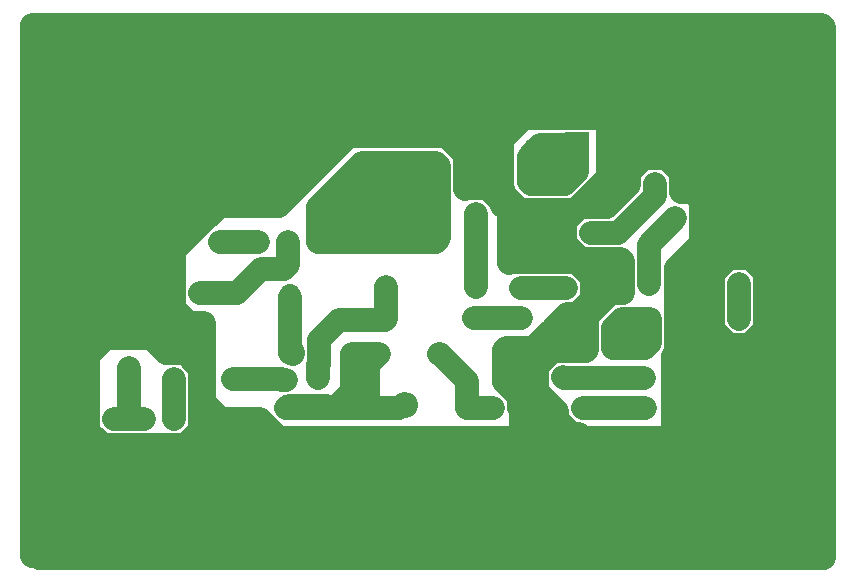
<source format=gbr>
%TF.GenerationSoftware,KiCad,Pcbnew,5.1.9*%
%TF.CreationDate,2021-08-01T18:05:45+02:00*%
%TF.ProjectId,DonwConvertor,446f6e77-436f-46e7-9665-72746f722e6b,rev?*%
%TF.SameCoordinates,Original*%
%TF.FileFunction,Copper,L2,Bot*%
%TF.FilePolarity,Positive*%
%FSLAX45Y45*%
G04 Gerber Fmt 4.5, Leading zero omitted, Abs format (unit mm)*
G04 Created by KiCad (PCBNEW 5.1.9) date 2021-08-01 18:05:45*
%MOMM*%
%LPD*%
G01*
G04 APERTURE LIST*
%TA.AperFunction,ComponentPad*%
%ADD10O,1.700000X1.700000*%
%TD*%
%TA.AperFunction,ComponentPad*%
%ADD11R,1.700000X1.700000*%
%TD*%
%TA.AperFunction,ComponentPad*%
%ADD12C,1.600000*%
%TD*%
%TA.AperFunction,ComponentPad*%
%ADD13O,1.600000X1.600000*%
%TD*%
%TA.AperFunction,ComponentPad*%
%ADD14C,1.440000*%
%TD*%
%TA.AperFunction,ComponentPad*%
%ADD15R,1.800000X1.800000*%
%TD*%
%TA.AperFunction,ComponentPad*%
%ADD16O,1.800000X1.800000*%
%TD*%
%TA.AperFunction,ComponentPad*%
%ADD17C,2.200000*%
%TD*%
%TA.AperFunction,ComponentPad*%
%ADD18O,2.200000X2.200000*%
%TD*%
%TA.AperFunction,ComponentPad*%
%ADD19R,2.000000X2.000000*%
%TD*%
%TA.AperFunction,ComponentPad*%
%ADD20O,2.000000X2.000000*%
%TD*%
%TA.AperFunction,ComponentPad*%
%ADD21O,1.300000X1.050000*%
%TD*%
%TA.AperFunction,ComponentPad*%
%ADD22R,1.300000X1.050000*%
%TD*%
%TA.AperFunction,ComponentPad*%
%ADD23R,1.600000X1.600000*%
%TD*%
%TA.AperFunction,Conductor*%
%ADD24C,2.000000*%
%TD*%
G04 APERTURE END LIST*
D10*
%TO.P,J2,2*%
%TO.N,Net-(C15-Pad1)*%
X9053830Y-3249930D03*
D11*
%TO.P,J2,1*%
%TO.N,GND*%
X9053830Y-2995930D03*
%TD*%
D12*
%TO.P,R9,1*%
%TO.N,Net-(C15-Pad1)*%
X9320530Y-3539490D03*
D13*
%TO.P,R9,2*%
%TO.N,Net-(C10-Pad1)*%
X10082530Y-3539490D03*
%TD*%
%TO.P,R5,2*%
%TO.N,Net-(C1-Pad1)*%
X8253730Y-3539490D03*
D12*
%TO.P,R5,1*%
%TO.N,Net-(C15-Pad1)*%
X9015730Y-3539490D03*
%TD*%
%TO.P,C11,1*%
%TO.N,Net-(C11-Pad1)*%
X9328150Y-5187380D03*
D13*
%TO.P,C11,2*%
%TO.N,Net-(C11-Pad2)*%
X9328150Y-4437380D03*
%TD*%
D12*
%TO.P,R7,1*%
%TO.N,Net-(C8-Pad1)*%
X8568690Y-3810000D03*
D13*
%TO.P,R7,2*%
%TO.N,GND*%
X9330690Y-3810000D03*
%TD*%
%TO.P,C8,2*%
%TO.N,GND*%
X9318690Y-4072890D03*
D12*
%TO.P,C8,1*%
%TO.N,Net-(C8-Pad1)*%
X8568690Y-4072890D03*
%TD*%
D14*
%TO.P,RV2,3*%
%TO.N,Net-(C11-Pad2)*%
X8943340Y-4438650D03*
%TO.P,RV2,2*%
%TO.N,Net-(C9-Pad1)*%
X8943340Y-4692650D03*
%TO.P,RV2,1*%
%TO.N,GND*%
X8943340Y-4946650D03*
%TD*%
D12*
%TO.P,C9,1*%
%TO.N,Net-(C9-Pad1)*%
X8550910Y-4692650D03*
D13*
%TO.P,C9,2*%
%TO.N,Net-(C9-Pad2)*%
X7800910Y-4692650D03*
%TD*%
%TO.P,R11,2*%
%TO.N,GND*%
X10755630Y-5452110D03*
D12*
%TO.P,R11,1*%
%TO.N,Net-(Q3-Pad3)*%
X9993630Y-5452110D03*
%TD*%
D15*
%TO.P,D1,1*%
%TO.N,Net-(C2-Pad2)*%
X6983730Y-4758690D03*
D16*
%TO.P,D1,2*%
%TO.N,GND*%
X5967730Y-4758690D03*
%TD*%
D17*
%TO.P,L1,1*%
%TO.N,Net-(C1-Pad1)*%
X7967980Y-3394710D03*
D18*
%TO.P,L1,2*%
%TO.N,Net-(C2-Pad1)*%
X7967980Y-5426710D03*
%TD*%
D11*
%TO.P,J1,1*%
%TO.N,GND*%
X5624830Y-4856480D03*
D10*
%TO.P,J1,2*%
%TO.N,Net-(J1-Pad2)*%
X5624830Y-5110480D03*
%TD*%
D19*
%TO.P,C15,1*%
%TO.N,Net-(C15-Pad1)*%
X9419590Y-3211830D03*
D20*
%TO.P,C15,2*%
%TO.N,GND*%
X10919590Y-3211830D03*
%TD*%
D12*
%TO.P,R2,1*%
%TO.N,Net-(C2-Pad2)*%
X6988810Y-4476750D03*
D13*
%TO.P,R2,2*%
%TO.N,Net-(R2-Pad2)*%
X6226810Y-4476750D03*
%TD*%
D14*
%TO.P,RV1,3*%
%TO.N,Net-(R1-Pad1)*%
X6715760Y-4042410D03*
%TO.P,RV1,2*%
%TO.N,Net-(R2-Pad2)*%
X6969760Y-4042410D03*
%TO.P,RV1,1*%
%TO.N,Net-(C1-Pad1)*%
X7223760Y-4042410D03*
%TD*%
D12*
%TO.P,C14,1*%
%TO.N,Net-(C14-Pad1)*%
X10030460Y-4127500D03*
D13*
%TO.P,C14,2*%
%TO.N,GND*%
X10780460Y-4127500D03*
%TD*%
D12*
%TO.P,C4,1*%
%TO.N,Net-(C2-Pad1)*%
X7514590Y-5438140D03*
D13*
%TO.P,C4,2*%
%TO.N,GND*%
X7514590Y-6188140D03*
%TD*%
%TO.P,C1,2*%
%TO.N,GND*%
X6723950Y-3542030D03*
D12*
%TO.P,C1,1*%
%TO.N,Net-(C1-Pad1)*%
X7473950Y-3542030D03*
%TD*%
D13*
%TO.P,C12,2*%
%TO.N,GND*%
X10743630Y-4942840D03*
D12*
%TO.P,C12,1*%
%TO.N,Net-(C12-Pad1)*%
X9993630Y-4942840D03*
%TD*%
D21*
%TO.P,Q3,2*%
%TO.N,Net-(C11-Pad1)*%
X9724390Y-5196840D03*
%TO.P,Q3,3*%
%TO.N,Net-(Q3-Pad3)*%
X9724390Y-5450840D03*
D22*
%TO.P,Q3,1*%
%TO.N,Net-(C12-Pad1)*%
X9724390Y-4942840D03*
%TD*%
D13*
%TO.P,R1,2*%
%TO.N,GND*%
X5634990Y-4042410D03*
D12*
%TO.P,R1,1*%
%TO.N,Net-(R1-Pad1)*%
X6396990Y-4042410D03*
%TD*%
D13*
%TO.P,R4,2*%
%TO.N,GND*%
X6729730Y-5976620D03*
D12*
%TO.P,R4,1*%
%TO.N,Net-(C3-Pad1)*%
X6729730Y-5214620D03*
%TD*%
%TO.P,R10,1*%
%TO.N,Net-(Q3-Pad3)*%
X9472930Y-5452110D03*
D13*
%TO.P,R10,2*%
%TO.N,Net-(C7-Pad1)*%
X8710930Y-5452110D03*
%TD*%
%TO.P,R13,2*%
%TO.N,GND*%
X10746740Y-5198110D03*
D12*
%TO.P,R13,1*%
%TO.N,Net-(C11-Pad1)*%
X9984740Y-5198110D03*
%TD*%
D11*
%TO.P,J3,1*%
%TO.N,GND*%
X10506710Y-3845560D03*
D10*
%TO.P,J3,2*%
%TO.N,Net-(C14-Pad1)*%
X10252710Y-3845560D03*
%TD*%
D22*
%TO.P,Q1,1*%
%TO.N,Net-(C3-Pad1)*%
X6955790Y-5193030D03*
D21*
%TO.P,Q1,3*%
%TO.N,GND*%
X6955790Y-5701030D03*
%TO.P,Q1,2*%
%TO.N,Net-(C2-Pad1)*%
X6955790Y-5447030D03*
%TD*%
%TO.P,Q2,2*%
%TO.N,Net-(C2-Pad1)*%
X7231380Y-5447030D03*
%TO.P,Q2,3*%
%TO.N,GND*%
X7231380Y-5701030D03*
D22*
%TO.P,Q2,1*%
%TO.N,Net-(C9-Pad2)*%
X7231380Y-5193030D03*
%TD*%
D23*
%TO.P,C2,1*%
%TO.N,Net-(C2-Pad1)*%
X7520940Y-4989830D03*
D12*
%TO.P,C2,2*%
%TO.N,Net-(C2-Pad2)*%
X7020940Y-4989830D03*
%TD*%
%TO.P,C3,1*%
%TO.N,Net-(C3-Pad1)*%
X6508750Y-5209540D03*
%TO.P,C3,2*%
%TO.N,Net-(C3-Pad2)*%
X6008750Y-5209540D03*
%TD*%
%TO.P,R6,1*%
%TO.N,Net-(C9-Pad2)*%
X7806690Y-4428490D03*
D13*
%TO.P,R6,2*%
%TO.N,Net-(C8-Pad1)*%
X8568690Y-4428490D03*
%TD*%
D14*
%TO.P,RV3,3*%
%TO.N,Net-(C3-Pad2)*%
X6007100Y-5547360D03*
%TO.P,RV3,2*%
%TO.N,Net-(J1-Pad2)*%
X5753100Y-5547360D03*
%TO.P,RV3,1*%
X5499100Y-5547360D03*
%TD*%
D12*
%TO.P,C7,1*%
%TO.N,Net-(C7-Pad1)*%
X8248270Y-4991100D03*
%TO.P,C7,2*%
%TO.N,Net-(C2-Pad1)*%
X7748270Y-4991100D03*
%TD*%
%TO.P,R8,1*%
%TO.N,Net-(C7-Pad1)*%
X8488680Y-5452110D03*
D13*
%TO.P,R8,2*%
%TO.N,GND*%
X8488680Y-6214110D03*
%TD*%
D12*
%TO.P,C10,1*%
%TO.N,Net-(C10-Pad1)*%
X9580880Y-3967480D03*
%TO.P,C10,2*%
%TO.N,GND*%
X9580880Y-4467480D03*
%TD*%
%TO.P,C13,1*%
%TO.N,Net-(C13-Pad1)*%
X10788650Y-4695190D03*
D13*
%TO.P,C13,2*%
%TO.N,Net-(C12-Pad1)*%
X10038650Y-4695190D03*
%TD*%
D12*
%TO.P,R12,1*%
%TO.N,Net-(C10-Pad1)*%
X9801860Y-3933190D03*
D13*
%TO.P,R12,2*%
%TO.N,Net-(C12-Pad1)*%
X9801860Y-4695190D03*
%TD*%
%TO.P,R14,2*%
%TO.N,Net-(C14-Pad1)*%
X10031730Y-4403090D03*
D12*
%TO.P,R14,1*%
%TO.N,Net-(C13-Pad1)*%
X10793730Y-4403090D03*
%TD*%
D24*
%TO.N,GND*%
X5628640Y-2631440D02*
X5882640Y-2631440D01*
X5443968Y-2631440D02*
X5627370Y-2631440D01*
X5437534Y-2628294D02*
X5438863Y-2629623D01*
X10402570Y-2717800D02*
X10562590Y-2717800D01*
X10231120Y-2717800D02*
X10402570Y-2717800D01*
X9997440Y-2717800D02*
X10231120Y-2717800D01*
X5431101Y-2630859D02*
X5433060Y-2628900D01*
X7232650Y-2672080D02*
X7273290Y-2631440D01*
X7232650Y-2748280D02*
X7232650Y-2672080D01*
X7232650Y-2748280D02*
X7137400Y-2748280D01*
X7137400Y-2748280D02*
X7020560Y-2631440D01*
X7020560Y-2631440D02*
X7273290Y-2631440D01*
X7246620Y-2748280D02*
X7363460Y-2631440D01*
X7232650Y-2748280D02*
X7246620Y-2748280D01*
X7273290Y-2631440D02*
X7363460Y-2631440D01*
X7363460Y-2631440D02*
X7660640Y-2631440D01*
X5329501Y-2630170D02*
X5329501Y-2463800D01*
X5989320Y-2631440D02*
X6485890Y-2631440D01*
X5329501Y-2630170D02*
X5481611Y-2478061D01*
X10943590Y-2717800D02*
X11099800Y-2561590D01*
X10562590Y-2717800D02*
X10943590Y-2717800D01*
X10943590Y-2717800D02*
X11240770Y-2717800D01*
X5342890Y-3573780D02*
X5329501Y-3560391D01*
X5452110Y-3573780D02*
X5342890Y-3573780D01*
X5336540Y-3002280D02*
X5329501Y-3009319D01*
X5450710Y-3002280D02*
X5336540Y-3002280D01*
X5379720Y-4719320D02*
X5329501Y-4669101D01*
X5329501Y-2630170D02*
X5329501Y-2746321D01*
X5329501Y-2746321D02*
X5329501Y-3009319D01*
X6711950Y-5971540D02*
X6711950Y-5944870D01*
X6955790Y-5701030D02*
X7231380Y-5701030D01*
X7503730Y-5701030D02*
X7231380Y-5701030D01*
X5431101Y-4628461D02*
X5521960Y-4719320D01*
X5521960Y-4719320D02*
X5379720Y-4719320D01*
X5702300Y-4719320D02*
X5683250Y-4719320D01*
X5975350Y-4719320D02*
X5702300Y-4719320D01*
X5702300Y-4719320D02*
X5521960Y-4719320D01*
X5538470Y-2721610D02*
X5628640Y-2631440D01*
X7528151Y-2707349D02*
X7553960Y-2681540D01*
X7348453Y-2707349D02*
X7528151Y-2707349D01*
X7307522Y-2748280D02*
X7348453Y-2707349D01*
X7232650Y-2748280D02*
X7307522Y-2748280D01*
X7232650Y-2748280D02*
X6934200Y-2748280D01*
X6934200Y-2748280D02*
X6817360Y-2631440D01*
X6817360Y-2631440D02*
X7020560Y-2631440D01*
X5329501Y-4669101D02*
X5329501Y-4512999D01*
X5975350Y-4719320D02*
X5820302Y-4719320D01*
X7514590Y-5711890D02*
X7503730Y-5701030D01*
X5299710Y-4396632D02*
X5329501Y-4366841D01*
X5329501Y-4512999D02*
X5329501Y-4366841D01*
X5329501Y-4366841D02*
X5329501Y-2746321D01*
X5299710Y-2493591D02*
X5329501Y-2463800D01*
X5299710Y-4655820D02*
X5299710Y-2493591D01*
X5299710Y-4655820D02*
X5299710Y-4396632D01*
X6630670Y-6723380D02*
X6711950Y-6642100D01*
X5224780Y-2568521D02*
X5329501Y-2463800D01*
X5702300Y-4719320D02*
X5568950Y-4719320D01*
X5683250Y-4719320D02*
X5683250Y-4574540D01*
X5683250Y-4574540D02*
X5538470Y-4429760D01*
X5568950Y-4460240D02*
X5538470Y-4429760D01*
X8200390Y-2463800D02*
X8368030Y-2631440D01*
X7660640Y-2631440D02*
X7707630Y-2631440D01*
X7631721Y-2707349D02*
X7707630Y-2631440D01*
X7528151Y-2707349D02*
X7631721Y-2707349D01*
X7707630Y-2631440D02*
X8368030Y-2631440D01*
X5816600Y-6723380D02*
X6630670Y-6723380D01*
X5829300Y-5868670D02*
X5816600Y-5881370D01*
X6788150Y-5868670D02*
X5829300Y-5868670D01*
X6788150Y-5868670D02*
X6955790Y-5701030D01*
X6711950Y-5944870D02*
X6788150Y-5868670D01*
X5929630Y-5971540D02*
X5816600Y-6084570D01*
X5816600Y-5881370D02*
X5816600Y-6084570D01*
X5853430Y-6121400D02*
X5816600Y-6084570D01*
X6711950Y-6121400D02*
X5853430Y-6121400D01*
X6711950Y-6121400D02*
X6711950Y-5971540D01*
X5850890Y-6393180D02*
X5816600Y-6358890D01*
X5873750Y-6258560D02*
X5816600Y-6201410D01*
X6711950Y-6258560D02*
X6711950Y-6121400D01*
X6711950Y-6393180D02*
X6711950Y-6258560D01*
X5816600Y-6201410D02*
X5816600Y-6358890D01*
X5816600Y-6084570D02*
X5816600Y-6201410D01*
X5855970Y-6511290D02*
X5816600Y-6471920D01*
X6711950Y-6511290D02*
X6711950Y-6393180D01*
X6711950Y-6642100D02*
X6711950Y-6511290D01*
X5816600Y-6471920D02*
X5816600Y-6723380D01*
X5816600Y-6358890D02*
X5816600Y-6471920D01*
X6068060Y-6723380D02*
X5855970Y-6511290D01*
X6630670Y-6723380D02*
X6068060Y-6723380D01*
X6068060Y-6723380D02*
X6319520Y-6723380D01*
X6319520Y-6723380D02*
X6531610Y-6511290D01*
X6711950Y-6511290D02*
X6531610Y-6511290D01*
X6630670Y-6610350D02*
X6531610Y-6511290D01*
X6630670Y-6723380D02*
X6630670Y-6610350D01*
X6249670Y-6723380D02*
X6037580Y-6511290D01*
X6319520Y-6723380D02*
X6249670Y-6723380D01*
X6037580Y-6511290D02*
X5855970Y-6511290D01*
X6319520Y-6723380D02*
X6319520Y-6601460D01*
X6319520Y-6601460D02*
X6229350Y-6511290D01*
X6531610Y-6511290D02*
X6229350Y-6511290D01*
X6229350Y-6511290D02*
X6037580Y-6511290D01*
X5329501Y-2463800D02*
X5648960Y-2463800D01*
X5628640Y-2631440D02*
X5840730Y-2631440D01*
X5840730Y-2631440D02*
X5989320Y-2631440D01*
X5760429Y-3480113D02*
X5840730Y-3399812D01*
X5648960Y-2799080D02*
X5648960Y-2463800D01*
X5538470Y-2948940D02*
X5538470Y-2721610D01*
X5538470Y-4429760D02*
X5538470Y-3054350D01*
X5538470Y-3054350D02*
X5538470Y-2948940D01*
X6278880Y-2959100D02*
X6239510Y-2959100D01*
X6278880Y-2959100D02*
X6183630Y-3054350D01*
X5944870Y-3253740D02*
X5840730Y-3253740D01*
X6239510Y-2959100D02*
X5944870Y-3253740D01*
X5840730Y-3399812D02*
X5840730Y-3253740D01*
X5889303Y-3351239D02*
X6098831Y-3351239D01*
X5840730Y-3399812D02*
X5889303Y-3351239D01*
X6478270Y-2759710D02*
X6278880Y-2959100D01*
X6478270Y-2748280D02*
X6478270Y-2759710D01*
X6478270Y-2748280D02*
X6427470Y-2799080D01*
X6446520Y-2748280D02*
X6245860Y-2948940D01*
X6478270Y-2748280D02*
X6446520Y-2748280D01*
X6934200Y-2748280D02*
X6478270Y-2748280D01*
X6245860Y-2948940D02*
X6245860Y-3148330D01*
X6245860Y-3148330D02*
X6242050Y-3152140D01*
X6242050Y-3208020D02*
X6098831Y-3351239D01*
X6242050Y-3152140D02*
X6242050Y-3208020D01*
X6868160Y-5815330D02*
X6711950Y-5971540D01*
X7514590Y-5815330D02*
X6868160Y-5815330D01*
X7514590Y-5815330D02*
X7514590Y-5711890D01*
X6717030Y-5966460D02*
X6711950Y-5971540D01*
X7514590Y-5966460D02*
X6717030Y-5966460D01*
X7514590Y-6188140D02*
X7514590Y-5966460D01*
X7514590Y-5966460D02*
X7514590Y-5815330D01*
X7514590Y-6188140D02*
X7390830Y-6188140D01*
X7324090Y-6121400D02*
X6711950Y-6121400D01*
X7390830Y-6188140D02*
X7324090Y-6121400D01*
X7444170Y-6258560D02*
X7514590Y-6188140D01*
X6711950Y-6258560D02*
X7444170Y-6258560D01*
X6711950Y-6393180D02*
X7454900Y-6393180D01*
X7514590Y-6333490D02*
X7514590Y-6188140D01*
X7454900Y-6393180D02*
X7514590Y-6333490D01*
X7336790Y-6511290D02*
X7454900Y-6393180D01*
X6711950Y-6511290D02*
X7336790Y-6511290D01*
X7514590Y-6188140D02*
X7514590Y-6553200D01*
X7425690Y-6642100D02*
X6711950Y-6642100D01*
X7514590Y-6553200D02*
X7425690Y-6642100D01*
X7514590Y-6706870D02*
X7498080Y-6723380D01*
X5224780Y-2684780D02*
X5224780Y-2397760D01*
X5224780Y-3582670D02*
X5224780Y-2684780D01*
X5224780Y-2684780D02*
X5224780Y-2568521D01*
X5224780Y-2397760D02*
X5229860Y-2392680D01*
X5229860Y-2392680D02*
X5229860Y-2297430D01*
X7964740Y-2767900D02*
X7660640Y-2463800D01*
X5648960Y-2463800D02*
X7660640Y-2463800D01*
X7660640Y-2463800D02*
X8200390Y-2463800D01*
X10182570Y-2564421D02*
X11087391Y-2564421D01*
X8439850Y-2767900D02*
X8456941Y-2767900D01*
X8215920Y-2564421D02*
X8660421Y-2564421D01*
X9282721Y-2564421D02*
X10182570Y-2564421D01*
X9426640Y-2767900D02*
X9630120Y-2564421D01*
X9426510Y-2767900D02*
X9426640Y-2767900D01*
X9683050Y-2767900D02*
X9683050Y-2668281D01*
X9683050Y-2767900D02*
X9426510Y-2767900D01*
X9683050Y-2668281D02*
X9786911Y-2564421D01*
X9786911Y-2564421D02*
X9630120Y-2564421D01*
X9811450Y-2687201D02*
X9934231Y-2564421D01*
X9811450Y-2767900D02*
X9811450Y-2687201D01*
X9934231Y-2564421D02*
X9786911Y-2564421D01*
X9811450Y-2767900D02*
X9683050Y-2767900D01*
X10182570Y-2564421D02*
X9934231Y-2564421D01*
X9426510Y-2708210D02*
X9282721Y-2564421D01*
X9426510Y-2767900D02*
X9426510Y-2708210D01*
X8555699Y-2707349D02*
X8616250Y-2767900D01*
X8616250Y-2767900D02*
X8439850Y-2767900D01*
X9779570Y-6453570D02*
X9779000Y-6454140D01*
X7861300Y-5701030D02*
X7503730Y-5701030D01*
X10001250Y-6496050D02*
X9999980Y-6494780D01*
X9819640Y-6494780D02*
X9779000Y-6454140D01*
X9999980Y-6494780D02*
X9819640Y-6494780D01*
X9304020Y-6497320D02*
X9304020Y-6097270D01*
X9304020Y-6097270D02*
X9328150Y-6073140D01*
X9398000Y-6073140D02*
X9328150Y-6073140D01*
X9607550Y-2586990D02*
X9630120Y-2564421D01*
X9779000Y-6454140D02*
X9605645Y-6280785D01*
X9605645Y-6280785D02*
X9398000Y-6073140D01*
X9328150Y-6273800D02*
X9328150Y-6073140D01*
X7781290Y-5815330D02*
X7514590Y-5815330D01*
X7932420Y-5966460D02*
X7978775Y-6012815D01*
X8239760Y-6273800D02*
X7978775Y-6012815D01*
X7978775Y-6012815D02*
X7781290Y-5815330D01*
X8233410Y-6073140D02*
X8180070Y-6019800D01*
X8095615Y-6104255D02*
X7891145Y-6104255D01*
X8095615Y-6104255D02*
X8180070Y-6019800D01*
X7891145Y-6104255D02*
X7753350Y-5966460D01*
X8011730Y-6188140D02*
X8095615Y-6104255D01*
X7514590Y-5966460D02*
X7753350Y-5966460D01*
X7753350Y-5966460D02*
X7932420Y-5966460D01*
X7736270Y-6188140D02*
X7514590Y-5966460D01*
X7514590Y-6188140D02*
X7802310Y-6188140D01*
X7802310Y-6188140D02*
X7736270Y-6188140D01*
X7802310Y-6188140D02*
X8011730Y-6188140D01*
X7514590Y-6188140D02*
X7659940Y-6333490D01*
X9387840Y-6333490D02*
X9444990Y-6390640D01*
X7659940Y-6333490D02*
X9387840Y-6333490D01*
X9549130Y-6494780D02*
X9444990Y-6390640D01*
X9444990Y-6390640D02*
X9328150Y-6273800D01*
X7701280Y-6494780D02*
X7514590Y-6308090D01*
X9753600Y-6494780D02*
X9549130Y-6494780D01*
X9999980Y-6494780D02*
X9753600Y-6494780D01*
X7514590Y-6188140D02*
X7514590Y-6308090D01*
X7514590Y-6308090D02*
X7514590Y-6706870D01*
X7514590Y-6706870D02*
X7569200Y-6706870D01*
X7569200Y-6706870D02*
X7781290Y-6494780D01*
X9753600Y-6494780D02*
X7781290Y-6494780D01*
X7781290Y-6494780D02*
X7701280Y-6494780D01*
X7498080Y-6723380D02*
X7343140Y-6723380D01*
X7343140Y-6723380D02*
X6630670Y-6723380D01*
X7701280Y-6494780D02*
X10269220Y-6494780D01*
X10421620Y-6647180D02*
X10421620Y-6723380D01*
X10269220Y-6494780D02*
X10421620Y-6647180D01*
X10176510Y-6720840D02*
X10176510Y-6723380D01*
X7343140Y-6723380D02*
X10176510Y-6723380D01*
X10176510Y-6723380D02*
X10421620Y-6723380D01*
X7868285Y-6581775D02*
X7781290Y-6494780D01*
X10315575Y-6581775D02*
X7868285Y-6581775D01*
X10389870Y-6507480D02*
X10315575Y-6581775D01*
X10315575Y-6581775D02*
X10176510Y-6720840D01*
X9605645Y-5823585D02*
X9605645Y-6053455D01*
X9605645Y-5823585D02*
X9605645Y-6280785D01*
X10648950Y-6496050D02*
X10648950Y-6282690D01*
X10648950Y-6282690D02*
X10634345Y-6297295D01*
X10634345Y-6297295D02*
X9849485Y-6297295D01*
X10648950Y-6131560D02*
X10590530Y-6073140D01*
X10575290Y-6205220D02*
X10648950Y-6131560D01*
X9605645Y-6053455D02*
X9757410Y-6205220D01*
X9757410Y-6205220D02*
X9849485Y-6297295D01*
X9605645Y-5823585D02*
X9605645Y-5890895D01*
X9757410Y-6205220D02*
X9919970Y-6205220D01*
X9605645Y-5890895D02*
X9919970Y-6205220D01*
X9919970Y-6205220D02*
X10575290Y-6205220D01*
X8434070Y-6273800D02*
X8233410Y-6073140D01*
X9328150Y-6073140D02*
X9187180Y-6073140D01*
X9328150Y-6273800D02*
X8986520Y-6273800D01*
X9187180Y-6073140D02*
X8986520Y-6273800D01*
X8963660Y-6073140D02*
X8763000Y-6273800D01*
X8964930Y-6073140D02*
X8963660Y-6073140D01*
X8986520Y-6273800D02*
X8763000Y-6273800D01*
X8763000Y-6273800D02*
X8434070Y-6273800D01*
X8785860Y-6073140D02*
X8785860Y-6132830D01*
X8964930Y-6073140D02*
X8785860Y-6073140D01*
X9328150Y-6273800D02*
X8644890Y-6273800D01*
X8785860Y-6132830D02*
X8644890Y-6273800D01*
X8644890Y-6273800D02*
X8239760Y-6273800D01*
X8569960Y-6137910D02*
X8434070Y-6273800D01*
X8569960Y-6073140D02*
X8569960Y-6137910D01*
X8785860Y-6073140D02*
X8569960Y-6073140D01*
X8569960Y-6073140D02*
X8233410Y-6073140D01*
X9855200Y-6073140D02*
X9605645Y-5823585D01*
X9875520Y-6073140D02*
X9855200Y-6073140D01*
X10590530Y-6073140D02*
X9875520Y-6073140D01*
X9577705Y-5823585D02*
X9328150Y-6073140D01*
X9605645Y-5823585D02*
X9577705Y-5823585D01*
X8109929Y-2707349D02*
X8170480Y-2767900D01*
X7348453Y-2707349D02*
X8109929Y-2707349D01*
X8439850Y-2767900D02*
X8170480Y-2767900D01*
X8170480Y-2767900D02*
X7964740Y-2767900D01*
X7124991Y-2707349D02*
X7087870Y-2744470D01*
X8380439Y-2707349D02*
X7124991Y-2707349D01*
X7528151Y-2707349D02*
X8380439Y-2707349D01*
X8380439Y-2707349D02*
X8555699Y-2707349D01*
X8616250Y-2767900D02*
X8615390Y-2767040D01*
X6222020Y-2767040D02*
X6189980Y-2799080D01*
X6427470Y-2799080D02*
X6189980Y-2799080D01*
X6189980Y-2799080D02*
X5648960Y-2799080D01*
X11087391Y-2564421D02*
X11158220Y-2635250D01*
X11158220Y-2635250D02*
X11240770Y-2717800D01*
X5229860Y-2392680D02*
X5229860Y-2213610D01*
X5229860Y-2213610D02*
X5233670Y-2209800D01*
X11173460Y-2209800D02*
X11240770Y-2277110D01*
X11118850Y-2425700D02*
X10902950Y-2209800D01*
X11118850Y-2736850D02*
X11118850Y-2425700D01*
X10902950Y-2209800D02*
X11173460Y-2209800D01*
X9577070Y-5822950D02*
X9577705Y-5823585D01*
X5299710Y-6487160D02*
X5299710Y-6616700D01*
X5406390Y-6723380D02*
X5816600Y-6723380D01*
X5299710Y-6616700D02*
X5406390Y-6723380D01*
X5035863Y-5684811D02*
X5164111Y-5684811D01*
X4906989Y-5555937D02*
X5035863Y-5684811D01*
X5684520Y-2948940D02*
X5538470Y-2948940D01*
X6245860Y-2948940D02*
X5684520Y-2948940D01*
X5568950Y-4719320D02*
X5568950Y-4556760D01*
X5568950Y-4556760D02*
X5568950Y-4460240D01*
X5052749Y-2339921D02*
X5182870Y-2209800D01*
X5233670Y-2209800D02*
X5182870Y-2209800D01*
X5182870Y-2209800D02*
X4999990Y-2209800D01*
X5224780Y-4923316D02*
X5052749Y-5095347D01*
X5224780Y-3582670D02*
X5224780Y-4923316D01*
X5406390Y-6723380D02*
X5219700Y-6723380D01*
X5219700Y-6723380D02*
X5164111Y-6667791D01*
X5219700Y-6723380D02*
X5113020Y-6723380D01*
X5035863Y-6646223D02*
X5035863Y-5684811D01*
X5113020Y-6723380D02*
X5035863Y-6646223D01*
X5406390Y-6723380D02*
X4865370Y-6723380D01*
X4906989Y-6681761D02*
X4906989Y-5555937D01*
X4865370Y-6723380D02*
X4906989Y-6681761D01*
X4906989Y-2302801D02*
X4999990Y-2209800D01*
X4906989Y-6681761D02*
X4906989Y-2302801D01*
X4999990Y-2209800D02*
X4808220Y-2209800D01*
X4865370Y-2266950D02*
X4865370Y-6723380D01*
X4808220Y-2209800D02*
X4865370Y-2266950D01*
X4808220Y-6706870D02*
X4808220Y-2209800D01*
X5164111Y-6263349D02*
X6439191Y-6263349D01*
X6439191Y-6263349D02*
X6443980Y-6258560D01*
X6711950Y-6258560D02*
X6443980Y-6258560D01*
X6443980Y-6258560D02*
X5873750Y-6258560D01*
X6479249Y-6366219D02*
X6506210Y-6393180D01*
X5164111Y-6366219D02*
X6479249Y-6366219D01*
X5164111Y-6366219D02*
X5164111Y-6263349D01*
X6711950Y-6393180D02*
X6506210Y-6393180D01*
X6506210Y-6393180D02*
X5850890Y-6393180D01*
X5164111Y-6667791D02*
X5164111Y-6551639D01*
X6571959Y-6551639D02*
X6630670Y-6610350D01*
X5164111Y-6551639D02*
X6571959Y-6551639D01*
X5164111Y-6551639D02*
X5164111Y-6366219D01*
X6478270Y-2971800D02*
X6098831Y-3351239D01*
X6478270Y-2748280D02*
X6478270Y-2971800D01*
X6098831Y-3351239D02*
X6411251Y-3351239D01*
X6411251Y-3351239D02*
X6555450Y-3207040D01*
X6555450Y-3207040D02*
X6555450Y-2767040D01*
X6411251Y-3091471D02*
X6278880Y-2959100D01*
X11497310Y-2209800D02*
X11173460Y-2209800D01*
X11512522Y-2225012D02*
X11497310Y-2209800D01*
X11240770Y-2277110D02*
X11483284Y-2277110D01*
X11483284Y-2277110D02*
X11512522Y-2306348D01*
X11512522Y-2306348D02*
X11512522Y-2225012D01*
X11240770Y-2428240D02*
X11432540Y-2428240D01*
X11432540Y-2428240D02*
X11512522Y-2348258D01*
X11240770Y-2277110D02*
X11240770Y-2428240D01*
X11512522Y-2348258D02*
X11512522Y-2306348D01*
X11409680Y-2576830D02*
X11512522Y-2679672D01*
X11240770Y-2576830D02*
X11240770Y-2717800D01*
X11240770Y-2576830D02*
X11409680Y-2576830D01*
X11512522Y-2679672D02*
X11512522Y-2348258D01*
X11240770Y-2428240D02*
X11240770Y-2576830D01*
X11501120Y-2717800D02*
X11512522Y-2706398D01*
X11240770Y-2717800D02*
X11501120Y-2717800D01*
X11512522Y-6723380D02*
X11512522Y-2706398D01*
X11512522Y-2706398D02*
X11512522Y-2679672D01*
X11240770Y-2717800D02*
X11353800Y-2830830D01*
X11353800Y-6705600D02*
X11371580Y-6723380D01*
X11512522Y-6723380D02*
X11371580Y-6723380D01*
X11371580Y-6723380D02*
X10421620Y-6723380D01*
X11304270Y-6578600D02*
X11353800Y-6529070D01*
X10566400Y-6578600D02*
X11304270Y-6578600D01*
X10566400Y-6578600D02*
X10648950Y-6496050D01*
X10421620Y-6723380D02*
X10566400Y-6578600D01*
X11353800Y-6529070D02*
X11353800Y-6705600D01*
X11273790Y-6457950D02*
X11353800Y-6377940D01*
X11353800Y-6377940D02*
X11353800Y-6529070D01*
X11181080Y-6205220D02*
X11353800Y-6377940D01*
X10575290Y-6205220D02*
X11181080Y-6205220D01*
X10575290Y-6205220D02*
X10929620Y-6205220D01*
X11182350Y-6457950D02*
X11273790Y-6457950D01*
X10779760Y-6457950D02*
X10648950Y-6327140D01*
X11182350Y-6457950D02*
X10779760Y-6457950D01*
X10648950Y-6496050D02*
X10648950Y-6327140D01*
X10648950Y-6327140D02*
X10648950Y-6131560D01*
X10694670Y-6281420D02*
X10648950Y-6327140D01*
X11005820Y-6281420D02*
X10694670Y-6281420D01*
X10929620Y-6205220D02*
X11005820Y-6281420D01*
X11005820Y-6281420D02*
X11182350Y-6457950D01*
X11210290Y-6131560D02*
X11353800Y-5988050D01*
X10648950Y-6131560D02*
X11210290Y-6131560D01*
X9749790Y-5988050D02*
X9664700Y-6073140D01*
X9875520Y-6073140D02*
X9664700Y-6073140D01*
X11353800Y-4610100D02*
X11353800Y-4745990D01*
X11353800Y-4745990D02*
X11353800Y-4846320D01*
X11251511Y-5979741D02*
X11353800Y-6082030D01*
X11353800Y-5988050D02*
X11353800Y-6082030D01*
X11353800Y-6082030D02*
X11353800Y-6377940D01*
X11353800Y-5988050D02*
X11018520Y-5988050D01*
X11018520Y-5562492D02*
X11251511Y-5329501D01*
X11251511Y-4943421D02*
X11251511Y-5329501D01*
X11018520Y-5833002D02*
X11251511Y-5600011D01*
X11018520Y-5988050D02*
X11018520Y-5833002D01*
X11251511Y-5600011D02*
X11251511Y-5979741D01*
X11165259Y-5979741D02*
X11018520Y-5833002D01*
X11251511Y-5979741D02*
X11165259Y-5979741D01*
X10402570Y-2717800D02*
X10090172Y-2717800D01*
X10090172Y-2717800D02*
X9991101Y-2816871D01*
X11027723Y-2770849D02*
X11084851Y-2770849D01*
X10018073Y-2789899D02*
X11008673Y-2789899D01*
X11084851Y-2770849D02*
X11118850Y-2736850D01*
X9991101Y-2816871D02*
X10018073Y-2789899D01*
X11293819Y-2770849D02*
X11353800Y-2830830D01*
X11084851Y-2770849D02*
X11293819Y-2770849D01*
X11027723Y-2770849D02*
X11008673Y-2789899D01*
X11293819Y-2770849D02*
X11027723Y-2770849D01*
X11209977Y-2770849D02*
X11027723Y-2770849D01*
X11338851Y-2899723D02*
X11209977Y-2770849D01*
X11338851Y-3079750D02*
X11338851Y-2899723D01*
X11353800Y-3079750D02*
X11338851Y-3079750D01*
X11353800Y-2830830D02*
X11353800Y-3079750D01*
X11018520Y-5988050D02*
X10016490Y-5988050D01*
X10016490Y-5988050D02*
X9749790Y-5988050D01*
X10853420Y-5988050D02*
X10016490Y-5988050D01*
X11018520Y-5822950D02*
X10853420Y-5988050D01*
X11018520Y-5988050D02*
X11018520Y-5822950D01*
X11018520Y-5822950D02*
X11018520Y-5562492D01*
X9749790Y-5849620D02*
X9682480Y-5782310D01*
X9749790Y-5988050D02*
X9749790Y-5849620D01*
X9888220Y-5988050D02*
X9682480Y-5782310D01*
X10016490Y-5988050D02*
X9888220Y-5988050D01*
X11236669Y-4928579D02*
X11251511Y-4943421D01*
X9607550Y-2787650D02*
X9607550Y-2586990D01*
X9210040Y-2787650D02*
X9202420Y-2780030D01*
X5233670Y-2209800D02*
X9202420Y-2209800D01*
X9202420Y-2209800D02*
X10902950Y-2209800D01*
X11094720Y-2401570D02*
X11118850Y-2425700D01*
X9202420Y-2401570D02*
X9202420Y-2209800D01*
X8780230Y-2332700D02*
X8746490Y-2366440D01*
X9485630Y-2401570D02*
X9416760Y-2332700D01*
X9485630Y-2401570D02*
X11094720Y-2401570D01*
X9202420Y-2401570D02*
X9485630Y-2401570D01*
X8746490Y-2366440D02*
X8746490Y-2764790D01*
X8619360Y-2764790D02*
X8616250Y-2767900D01*
X8746490Y-2764790D02*
X8619360Y-2764790D01*
X5256100Y-2366440D02*
X5229860Y-2392680D01*
X8746490Y-2366440D02*
X5256100Y-2366440D01*
X9328150Y-6073140D02*
X9083040Y-6073140D01*
X9083040Y-6073140D02*
X8964930Y-6073140D01*
X5626100Y-3197860D02*
X5840730Y-2983230D01*
X5840730Y-3253740D02*
X5840730Y-2983230D01*
X5840730Y-2983230D02*
X5840730Y-2631440D01*
X5760429Y-3142959D02*
X5671820Y-3054350D01*
X6183630Y-3054350D02*
X5671820Y-3054350D01*
X5760429Y-3480113D02*
X5760429Y-3142959D01*
X5671820Y-3054350D02*
X5538470Y-3054350D01*
X5626100Y-4254500D02*
X5626100Y-4034790D01*
X5683250Y-4593590D02*
X5824220Y-4452620D01*
X5683250Y-4719320D02*
X5683250Y-4593590D01*
X5779770Y-4593590D02*
X5683250Y-4593590D01*
X5972810Y-4786630D02*
X5779770Y-4593590D01*
X5164111Y-6263349D02*
X5164111Y-6060149D01*
X5164111Y-6060149D02*
X5164111Y-5684811D01*
X5035863Y-5112233D02*
X5052749Y-5095347D01*
X5299710Y-5820410D02*
X5839460Y-5820410D01*
X5841021Y-6060149D02*
X5929630Y-5971540D01*
X5164111Y-6060149D02*
X5841021Y-6060149D01*
X5765800Y-5932170D02*
X5829300Y-5868670D01*
X5299710Y-5820410D02*
X5299710Y-5932170D01*
X5299710Y-6272530D02*
X5628640Y-6272530D01*
X5299710Y-6272530D02*
X5299710Y-6487160D01*
X5401945Y-6191885D02*
X5299710Y-6089650D01*
X5709285Y-6191885D02*
X5401945Y-6191885D01*
X5709285Y-6191885D02*
X5841021Y-6060149D01*
X5628640Y-6272530D02*
X5709285Y-6191885D01*
X5299710Y-6089650D02*
X5299710Y-6272530D01*
X5299710Y-5932170D02*
X5299710Y-6089650D01*
X6836410Y-5820410D02*
X6955790Y-5701030D01*
X7593330Y-2874700D02*
X7700990Y-2767040D01*
X8615390Y-2767040D02*
X7700990Y-2767040D01*
X6485890Y-2631440D02*
X6630670Y-2631440D01*
X6630670Y-2631440D02*
X6817360Y-2631440D01*
X6411251Y-3351239D02*
X6411251Y-3207729D01*
X6411251Y-3207729D02*
X6411251Y-3091471D01*
X9318690Y-3822000D02*
X9330690Y-3810000D01*
X8943340Y-4946650D02*
X9047480Y-4946650D01*
X9047480Y-4946650D02*
X9206230Y-4787900D01*
X9206230Y-4787900D02*
X9324340Y-4787900D01*
X9324340Y-4787900D02*
X9523730Y-4588510D01*
X5624830Y-4632960D02*
X5683250Y-4574540D01*
X5624830Y-4856480D02*
X5624830Y-4632960D01*
X5902960Y-4856480D02*
X5972810Y-4786630D01*
X5624830Y-4856480D02*
X5902960Y-4856480D01*
X10780460Y-3388930D02*
X10910570Y-3258820D01*
X10506710Y-3662680D02*
X10910570Y-3258820D01*
X10506710Y-3845560D02*
X10506710Y-3662680D01*
X10506710Y-3845560D02*
X10510520Y-3845560D01*
X10780460Y-3575620D02*
X10780460Y-3388930D01*
X10506710Y-3853750D02*
X10780460Y-4127500D01*
X10506710Y-3845560D02*
X10506710Y-3853750D01*
X10506710Y-3845560D02*
X10756900Y-3845560D01*
X10780460Y-4127500D02*
X10780460Y-3869120D01*
X10756900Y-3845560D02*
X10780460Y-3869120D01*
X10780460Y-3869120D02*
X10780460Y-3575620D01*
X10506710Y-4724378D02*
X10697523Y-4915191D01*
X10506710Y-3845560D02*
X10506710Y-4724378D01*
X10473690Y-4757398D02*
X10506710Y-4724378D01*
X10473690Y-4925060D02*
X10473690Y-4757398D01*
X10473690Y-3878580D02*
X10506710Y-3845560D01*
X10473690Y-4017010D02*
X10473690Y-3695700D01*
X10473690Y-4017010D02*
X10473690Y-3878580D01*
X10755630Y-4947920D02*
X10746740Y-4939030D01*
X9135110Y-2735580D02*
X9202420Y-2668270D01*
X9202420Y-2780030D02*
X9202420Y-2668270D01*
X9202420Y-2668270D02*
X9202420Y-2401570D01*
X9135110Y-2341300D02*
X9126510Y-2332700D01*
X9416760Y-2332700D02*
X9126510Y-2332700D01*
X10755630Y-5908040D02*
X10590530Y-6073140D01*
X5810250Y-3633470D02*
X5626100Y-3449320D01*
X5626100Y-4034790D02*
X5626100Y-3449320D01*
X5626100Y-3449320D02*
X5626100Y-3197860D01*
X9607550Y-2787650D02*
X9367520Y-2787650D01*
X9367520Y-2787650D02*
X9210040Y-2787650D01*
X11269345Y-2915285D02*
X11353800Y-2830830D01*
X9239885Y-2915285D02*
X9367520Y-2787650D01*
X5501640Y-3020060D02*
X5329501Y-3192199D01*
X5329501Y-3009319D02*
X5329501Y-3192199D01*
X5329501Y-3192199D02*
X5329501Y-3560391D01*
X6509385Y-2915285D02*
X6361140Y-2767040D01*
X9239885Y-2915285D02*
X9422765Y-2915285D01*
X6555450Y-2767040D02*
X6361140Y-2767040D01*
X6361140Y-2767040D02*
X6222020Y-2767040D01*
X7720330Y-2787650D02*
X7699720Y-2767040D01*
X7700990Y-2767040D02*
X7699720Y-2767040D01*
X9607550Y-2787650D02*
X7720330Y-2787650D01*
X7699720Y-2767040D02*
X6555450Y-2767040D01*
X7900379Y-2564421D02*
X9630120Y-2564421D01*
X7111020Y-2564421D02*
X7900379Y-2564421D01*
X7900379Y-2564421D02*
X8215920Y-2564421D01*
X8983690Y-2615221D02*
X9135110Y-2463800D01*
X8609621Y-2615221D02*
X8983690Y-2615221D01*
X8609621Y-2615221D02*
X8660421Y-2564421D01*
X8456941Y-2767900D02*
X8609621Y-2615221D01*
X9135110Y-2463800D02*
X9135110Y-2341300D01*
X8983690Y-2419060D02*
X8897330Y-2332700D01*
X8983690Y-2615221D02*
X8983690Y-2419060D01*
X9126510Y-2332700D02*
X8897330Y-2332700D01*
X8897330Y-2332700D02*
X8780230Y-2332700D01*
X8787529Y-2615221D02*
X8983690Y-2419060D01*
X8609621Y-2615221D02*
X8787529Y-2615221D01*
X7573010Y-3020060D02*
X7573010Y-3065780D01*
X7573010Y-3065780D02*
X6894830Y-3743960D01*
X5474970Y-3743960D02*
X5431101Y-3700091D01*
X5431101Y-3700091D02*
X5431101Y-4628461D01*
X6640830Y-3633470D02*
X6823710Y-3633470D01*
X7573010Y-3020060D02*
X7437120Y-3020060D01*
X6820470Y-3633470D02*
X6640830Y-3633470D01*
X6520180Y-3633470D02*
X7133590Y-3020060D01*
X6471920Y-3633470D02*
X6520180Y-3633470D01*
X6640830Y-3633470D02*
X6471920Y-3633470D01*
X7437120Y-3020060D02*
X7133590Y-3020060D01*
X7133590Y-3020060D02*
X5501640Y-3020060D01*
X6267450Y-3633470D02*
X6267450Y-3583940D01*
X9422765Y-2915285D02*
X6936105Y-2915285D01*
X6471920Y-3633470D02*
X6267450Y-3633470D01*
X5963920Y-3633470D02*
X5810250Y-3633470D01*
X5963920Y-3633470D02*
X6145530Y-3633470D01*
X6267450Y-3633470D02*
X5963920Y-3633470D01*
X6936105Y-2915285D02*
X6863715Y-2915285D01*
X6863715Y-2915285D02*
X6509385Y-2915285D01*
X6245860Y-3197860D02*
X5810250Y-3633470D01*
X6245860Y-3148330D02*
X6245860Y-3197860D01*
X5529580Y-3511550D02*
X5431101Y-3610029D01*
X6823710Y-3633470D02*
X6945630Y-3511550D01*
X5431101Y-2630859D02*
X5431101Y-3610029D01*
X5431101Y-3610029D02*
X5431101Y-3700091D01*
X7178040Y-3279140D02*
X7238365Y-3218815D01*
X7238365Y-3218815D02*
X7437120Y-3020060D01*
X6572250Y-3279140D02*
X6936105Y-2915285D01*
X6267450Y-3583940D02*
X6572250Y-3279140D01*
X7083425Y-3063875D02*
X7238365Y-3218815D01*
X6715125Y-3063875D02*
X7083425Y-3063875D01*
X6715125Y-3063875D02*
X6863715Y-2915285D01*
X6602730Y-3511550D02*
X6835140Y-3279140D01*
X6268720Y-3511550D02*
X5529580Y-3511550D01*
X6945630Y-3511550D02*
X6268720Y-3511550D01*
X6572250Y-3279140D02*
X6835140Y-3279140D01*
X6482715Y-3387725D02*
X6436995Y-3342005D01*
X6945630Y-3511550D02*
X7069455Y-3387725D01*
X6436995Y-3342005D02*
X6715125Y-3063875D01*
X7069455Y-3387725D02*
X6482715Y-3387725D01*
X7069455Y-3387725D02*
X7238365Y-3218815D01*
X6145530Y-3633470D02*
X6436995Y-3342005D01*
X6930390Y-3279140D02*
X6715125Y-3063875D01*
X6940550Y-3279140D02*
X6930390Y-3279140D01*
X6835140Y-3279140D02*
X6940550Y-3279140D01*
X6940550Y-3279140D02*
X7178040Y-3279140D01*
X5279099Y-4601501D02*
X5626100Y-4254500D01*
X6211570Y-3743960D02*
X5474970Y-3743960D01*
X6211570Y-3743960D02*
X5972810Y-3982720D01*
X5972810Y-3973830D02*
X6435090Y-3511550D01*
X5972810Y-4345940D02*
X5972810Y-3973830D01*
X5972810Y-3982720D02*
X5972810Y-4345940D01*
X6268720Y-3511550D02*
X6435090Y-3511550D01*
X6435090Y-3511550D02*
X6602730Y-3511550D01*
X6309651Y-3822409D02*
X6388100Y-3743960D01*
X6305863Y-3822409D02*
X6309651Y-3822409D01*
X5972810Y-4155462D02*
X6305863Y-3822409D01*
X5972810Y-4345940D02*
X5972810Y-4155462D01*
X6388100Y-3743960D02*
X6211570Y-3743960D01*
X6894830Y-3743960D02*
X6388100Y-3743960D01*
X5972810Y-4345940D02*
X5972810Y-4528820D01*
X5972810Y-4528820D02*
X5972810Y-4786630D01*
X5810250Y-4304030D02*
X5742940Y-4371340D01*
X5824220Y-4452620D02*
X5742940Y-4371340D01*
X5742940Y-4371340D02*
X5626100Y-4254500D01*
X5963920Y-3917950D02*
X5810250Y-4071620D01*
X5963920Y-3633470D02*
X5963920Y-3917950D01*
X5810250Y-3633470D02*
X5810250Y-4071620D01*
X5810250Y-4071620D02*
X5810250Y-4304030D01*
X5279099Y-5230151D02*
X5035863Y-5473387D01*
X5279099Y-4869471D02*
X5279099Y-5230151D01*
X5279099Y-4869471D02*
X5279099Y-4601501D01*
X5279099Y-5638487D02*
X5279099Y-4869471D01*
X5035863Y-5684811D02*
X5035863Y-5473387D01*
X5035863Y-5473387D02*
X5035863Y-5112233D01*
X5164111Y-4983985D02*
X5224780Y-4923316D01*
X5164111Y-5684811D02*
X5164111Y-4983985D01*
X5279099Y-5638487D02*
X5279099Y-4689131D01*
X5279099Y-4689131D02*
X5538470Y-4429760D01*
X5106778Y-4856480D02*
X5052749Y-4910509D01*
X5052749Y-5095347D02*
X5052749Y-4910509D01*
X5052749Y-4910509D02*
X5052749Y-2339921D01*
X5164111Y-5122889D02*
X5164111Y-5684811D01*
X5430520Y-4856480D02*
X5164111Y-5122889D01*
X5624830Y-4856480D02*
X5430520Y-4856480D01*
X5430520Y-4856480D02*
X5106778Y-4856480D01*
X5279099Y-5873459D02*
X5337810Y-5932170D01*
X5279099Y-5638487D02*
X5279099Y-5873459D01*
X5299710Y-5932170D02*
X5337810Y-5932170D01*
X5337810Y-5932170D02*
X5765800Y-5932170D01*
X11353800Y-4846320D02*
X11353800Y-5701030D01*
X11353800Y-5701030D02*
X11353800Y-5988050D01*
X10883900Y-5853430D02*
X11018520Y-5988050D01*
X8013700Y-5853430D02*
X7861300Y-5701030D01*
X9376410Y-5927090D02*
X9522460Y-6073140D01*
X8087360Y-5927090D02*
X9376410Y-5927090D01*
X8087360Y-5927090D02*
X8013700Y-5853430D01*
X8180070Y-6019800D02*
X8087360Y-5927090D01*
X9522460Y-6073140D02*
X9328150Y-6073140D01*
X9664700Y-6073140D02*
X9522460Y-6073140D01*
X9523730Y-4662192D02*
X9523730Y-4588510D01*
X9434830Y-5701030D02*
X9434830Y-5672111D01*
X9252929Y-5477219D02*
X9082749Y-5307039D01*
X9252929Y-5543237D02*
X9252929Y-5477219D01*
X9504389Y-4681533D02*
X9523730Y-4662192D01*
X9211623Y-4969219D02*
X9498039Y-4969219D01*
X9434830Y-5672111D02*
X9381803Y-5672111D01*
X9082749Y-5307039D02*
X9082749Y-5098093D01*
X9381803Y-5672111D02*
X9252929Y-5543237D01*
X9498039Y-4969219D02*
X9504389Y-4962869D01*
X9082749Y-5638509D02*
X9145270Y-5701030D01*
X9082749Y-5307039D02*
X9082749Y-5638509D01*
X7861300Y-5701030D02*
X9145270Y-5701030D01*
X9145270Y-5701030D02*
X9434830Y-5701030D01*
X8948733Y-5232109D02*
X9082749Y-5098093D01*
X8802057Y-5232109D02*
X8948733Y-5232109D01*
X8943340Y-6051550D02*
X8943340Y-5463540D01*
X8943340Y-5463540D02*
X8930931Y-5451131D01*
X8964930Y-6073140D02*
X8943340Y-6051550D01*
X8930931Y-5451131D02*
X8930931Y-5360983D01*
X8930931Y-5360983D02*
X8802057Y-5232109D01*
X8802057Y-5232109D02*
X8802057Y-4960307D01*
X8875406Y-5033656D02*
X9147186Y-5033656D01*
X8802057Y-4960307D02*
X8875406Y-5033656D01*
X9082749Y-5098093D02*
X9147186Y-5033656D01*
X9147186Y-5033656D02*
X9211623Y-4969219D01*
X9033823Y-4960307D02*
X9206230Y-4787900D01*
X8802057Y-4960307D02*
X9033823Y-4960307D01*
X9375140Y-4787900D02*
X9504389Y-4917149D01*
X9504389Y-4962869D02*
X9504389Y-4917149D01*
X9206230Y-4787900D02*
X9375140Y-4787900D01*
X9504389Y-4917149D02*
X9504389Y-4681533D01*
X8815715Y-4946650D02*
X8802057Y-4960307D01*
X9047480Y-4946650D02*
X8815715Y-4946650D01*
X8844280Y-3738880D02*
X8633460Y-3528060D01*
X8917940Y-3042920D02*
X8633460Y-3327400D01*
X8917940Y-3020060D02*
X8917940Y-3042920D01*
X8633460Y-3528060D02*
X8633460Y-3327400D01*
X8633460Y-3327400D02*
X8633460Y-3020060D01*
X8373110Y-3067050D02*
X8633460Y-3327400D01*
X8373110Y-3020060D02*
X8373110Y-3067050D01*
X8633460Y-3020060D02*
X8373110Y-3020060D01*
X8473731Y-3311203D02*
X8473731Y-3439451D01*
X8199120Y-3020060D02*
X8199120Y-3036592D01*
X8373110Y-3020060D02*
X8199120Y-3020060D01*
X8199120Y-3020060D02*
X7573010Y-3020060D01*
X8562340Y-3528060D02*
X8633460Y-3528060D01*
X8473731Y-3439451D02*
X8562340Y-3528060D01*
X8473731Y-3439451D02*
X8473731Y-3597910D01*
X8659817Y-3589999D02*
X8477563Y-3589999D01*
X8788691Y-3718873D02*
X8659817Y-3589999D01*
X8844280Y-3738880D02*
X8788691Y-3738880D01*
X8477563Y-3589999D02*
X8473731Y-3593831D01*
X8788691Y-3738880D02*
X8788691Y-3718873D01*
X8918231Y-3812831D02*
X8844280Y-3738880D01*
X9219994Y-3812831D02*
X8918231Y-3812831D01*
X9222825Y-3810000D02*
X9219994Y-3812831D01*
X9330690Y-3810000D02*
X9222825Y-3810000D01*
X8952800Y-3954080D02*
X8844280Y-3845560D01*
X9318690Y-3954080D02*
X8952800Y-3954080D01*
X9318690Y-3954080D02*
X9318690Y-3822000D01*
X9318690Y-4072890D02*
X9318690Y-3954080D01*
X8844280Y-3845560D02*
X8844280Y-3738880D01*
X9318690Y-4072890D02*
X8902700Y-4072890D01*
X8902700Y-4072890D02*
X8844280Y-4131310D01*
X8844280Y-4131310D02*
X8844280Y-3845560D01*
X9330690Y-3810000D02*
X9372578Y-3810000D01*
X9758390Y-2991830D02*
X8784880Y-2991830D01*
X8784880Y-2991830D02*
X8756650Y-3020060D01*
X9785985Y-3019425D02*
X9758390Y-2991830D01*
X9785985Y-3019425D02*
X9785985Y-2915285D01*
X9785985Y-3396593D02*
X9785985Y-3019425D01*
X8917940Y-3020060D02*
X8756650Y-3020060D01*
X8756650Y-3020060D02*
X8633460Y-3020060D01*
X9686279Y-3496299D02*
X9686279Y-2954031D01*
X9686279Y-3496299D02*
X9785985Y-3396593D01*
X9686279Y-2954031D02*
X9725025Y-2915285D01*
X9422765Y-2915285D02*
X9725025Y-2915285D01*
X9725025Y-2915285D02*
X9785985Y-2915285D01*
X9455774Y-3726804D02*
X9671674Y-3726804D01*
X9372578Y-3810000D02*
X9455774Y-3726804D01*
X9455774Y-3726804D02*
X9686279Y-3496299D01*
X9671674Y-3726804D02*
X9687279Y-3711199D01*
X9687279Y-3711199D02*
X9687279Y-3574083D01*
X9958070Y-2931160D02*
X9973945Y-2915285D01*
X9785985Y-2915285D02*
X9973945Y-2915285D01*
X9973945Y-2915285D02*
X11269345Y-2915285D01*
X10780500Y-3350920D02*
X10919590Y-3211830D01*
X9687279Y-3574083D02*
X9885691Y-3375671D01*
X9885691Y-3375671D02*
X9958070Y-3303292D01*
X10473690Y-3573830D02*
X10473690Y-3695700D01*
X10250780Y-3350920D02*
X10473690Y-3573830D01*
X10866098Y-3303292D02*
X10910570Y-3258820D01*
X9958070Y-3303292D02*
X10866098Y-3303292D01*
X10630535Y-3528695D02*
X10452760Y-3350920D01*
X10640695Y-3528695D02*
X10630535Y-3528695D01*
X10640695Y-3528695D02*
X10910570Y-3258820D01*
X10473690Y-3695700D02*
X10640695Y-3528695D01*
X10250780Y-3350920D02*
X10452760Y-3350920D01*
X10452760Y-3350920D02*
X10780500Y-3350920D01*
X11234420Y-3199130D02*
X11353800Y-3079750D01*
X9958070Y-3303292D02*
X9958070Y-3199130D01*
X11313160Y-3039110D02*
X11353800Y-3079750D01*
X9958070Y-3039110D02*
X11313160Y-3039110D01*
X9958070Y-3199130D02*
X9958070Y-3039110D01*
X9958070Y-3039110D02*
X9958070Y-2931160D01*
X8844280Y-3738880D02*
X8787529Y-3682128D01*
X10610850Y-4127500D02*
X10473690Y-4264660D01*
X10780460Y-4127500D02*
X10610850Y-4127500D01*
X10473690Y-4264660D02*
X10473690Y-4017010D01*
X11338560Y-4127500D02*
X11353800Y-4112260D01*
X11353800Y-3079750D02*
X11353800Y-4112260D01*
X11353800Y-4112260D02*
X11353800Y-4610100D01*
X11234420Y-3199130D02*
X11234420Y-4978400D01*
X10755630Y-5452110D02*
X10755630Y-5457190D01*
X11251511Y-4460821D02*
X10918190Y-4127500D01*
X11251511Y-5450259D02*
X11251511Y-5600011D01*
X11251511Y-5329501D02*
X11251511Y-5450259D01*
X10780460Y-4127500D02*
X10918190Y-4127500D01*
X11041380Y-5539632D02*
X11018520Y-5562492D01*
X10918190Y-4127500D02*
X11041380Y-4127500D01*
X11041380Y-4127500D02*
X11338560Y-4127500D01*
X11041380Y-5431790D02*
X10755630Y-5717540D01*
X11041380Y-4853940D02*
X11041380Y-5431790D01*
X11041380Y-4853940D02*
X11041380Y-5539632D01*
X10755630Y-5717540D02*
X10755630Y-5908040D01*
X10755630Y-5457190D02*
X10755630Y-5717540D01*
X11251511Y-5329501D02*
X10986081Y-5329501D01*
X10755630Y-5452110D02*
X10755630Y-5099050D01*
X10986081Y-5329501D02*
X10755630Y-5099050D01*
X10755630Y-5099050D02*
X10755630Y-4947920D01*
X10652125Y-5103495D02*
X10642600Y-5093970D01*
X11109325Y-5103495D02*
X10652125Y-5103495D01*
X10642600Y-5093970D02*
X10473690Y-4925060D01*
X11234420Y-4978400D02*
X11109325Y-5103495D01*
X11109325Y-5103495D02*
X10755630Y-5457190D01*
X10746740Y-5198110D02*
X10642600Y-5093970D01*
X11213992Y-4942840D02*
X11251511Y-4980359D01*
X10743630Y-4942840D02*
X11213992Y-4942840D01*
X11251511Y-4980359D02*
X11251511Y-4460821D01*
X11109325Y-5245735D02*
X11251511Y-5387921D01*
X11109325Y-5103495D02*
X11109325Y-5245735D01*
X11251511Y-5450259D02*
X11251511Y-5387921D01*
X11251511Y-5387921D02*
X11251511Y-4980359D01*
X10555261Y-4183089D02*
X10473690Y-4264660D01*
X10884857Y-4183089D02*
X10555261Y-4183089D01*
X10949918Y-4248150D02*
X10884857Y-4183089D01*
X11041380Y-4248150D02*
X10949918Y-4248150D01*
X11041380Y-4127500D02*
X11041380Y-4248150D01*
X10568649Y-4317043D02*
X10702603Y-4183089D01*
X10568649Y-4474210D02*
X10568649Y-4317043D01*
X10473690Y-4474210D02*
X10568649Y-4474210D01*
X10473690Y-4474210D02*
X10473690Y-4264660D01*
X10702603Y-4183089D02*
X10884857Y-4183089D01*
X10473690Y-4925060D02*
X10473690Y-4474210D01*
X10568649Y-4786317D02*
X10568649Y-4317043D01*
X10697523Y-4915191D02*
X10568649Y-4786317D01*
X10743630Y-4915191D02*
X10697523Y-4915191D01*
X11008651Y-4562819D02*
X11041380Y-4530090D01*
X10743630Y-4915191D02*
X10879777Y-4915191D01*
X11008651Y-4786317D02*
X11008651Y-4562819D01*
X10879777Y-4915191D02*
X11008651Y-4786317D01*
X10743630Y-4942840D02*
X10743630Y-4915191D01*
X11041380Y-4530090D02*
X11041380Y-4853940D01*
X11041380Y-4248150D02*
X11041380Y-4530090D01*
X11041380Y-4250690D02*
X10918190Y-4127500D01*
X11041380Y-4530090D02*
X11041380Y-4250690D01*
X11041380Y-4250690D02*
X11041380Y-4342130D01*
X11013731Y-4314481D02*
X11013731Y-4311963D01*
X11041380Y-4342130D02*
X11013731Y-4314481D01*
X11013731Y-4781238D02*
X10879777Y-4915191D01*
X11013731Y-4311963D02*
X11013731Y-4781238D01*
X10884857Y-4183089D02*
X11013731Y-4311963D01*
X10919590Y-4005710D02*
X11041380Y-4127500D01*
X10919590Y-3211830D02*
X10919590Y-4005710D01*
X11088370Y-4080510D02*
X11041380Y-4127500D01*
X11088370Y-3199130D02*
X11088370Y-4080510D01*
X9958070Y-3199130D02*
X11088370Y-3199130D01*
X11088370Y-3199130D02*
X11234420Y-3199130D01*
X8350874Y-3188346D02*
X8311998Y-3149470D01*
X7307710Y-3149470D02*
X7238365Y-3218815D01*
X8311998Y-3149470D02*
X7307710Y-3149470D01*
X8199120Y-3036592D02*
X8350874Y-3188346D01*
X8350874Y-3188346D02*
X8473731Y-3311203D01*
X10473690Y-5648960D02*
X10525760Y-5701030D01*
X10473690Y-4925060D02*
X10473690Y-5648960D01*
X10525760Y-5701030D02*
X11353800Y-5701030D01*
X10642600Y-5584190D02*
X10525760Y-5701030D01*
X10642600Y-5093970D02*
X10642600Y-5584190D01*
X10258651Y-4988947D02*
X10258651Y-4262529D01*
X10236200Y-5011398D02*
X10258651Y-4988947D01*
X10236200Y-5701030D02*
X10236200Y-5011398D01*
X9434830Y-5701030D02*
X10236200Y-5701030D01*
X10236200Y-5701030D02*
X10525760Y-5701030D01*
X10604500Y-3916680D02*
X10604500Y-3751580D01*
X10258651Y-4262529D02*
X10604500Y-3916680D01*
X10510520Y-3845560D02*
X10604500Y-3751580D01*
X10604500Y-3751580D02*
X10780460Y-3575620D01*
X10424160Y-5853430D02*
X10424160Y-4428038D01*
X8013700Y-5853430D02*
X10424160Y-5853430D01*
X10424160Y-4428038D02*
X10258651Y-4262529D01*
X10424160Y-5853430D02*
X10883900Y-5853430D01*
X9580880Y-4467480D02*
X9580880Y-4340860D01*
X8844280Y-4131310D02*
X8844280Y-4226582D01*
X9460208Y-4226582D02*
X9463405Y-4223385D01*
X8853483Y-4217379D02*
X9419277Y-4217379D01*
X9419277Y-4217379D02*
X9428480Y-4226582D01*
X8844280Y-4226582D02*
X8853483Y-4217379D01*
X9428480Y-4226582D02*
X9460208Y-4226582D01*
X9580880Y-4340860D02*
X9463405Y-4223385D01*
X9449757Y-4626901D02*
X9504389Y-4681533D01*
X9548151Y-4528507D02*
X9449757Y-4626901D01*
X9548151Y-4346253D02*
X9548151Y-4528507D01*
X9419277Y-4217379D02*
X9548151Y-4346253D01*
X9449757Y-4626901D02*
X9418007Y-4658651D01*
X9334909Y-4659221D02*
X9206230Y-4787900D01*
X9393877Y-4659221D02*
X9334909Y-4659221D01*
X9333252Y-4072890D02*
X9447843Y-4187481D01*
X9318690Y-4072890D02*
X9333252Y-4072890D01*
X9447843Y-4187481D02*
X9789451Y-4187481D01*
X9789451Y-4187481D02*
X9811729Y-4209759D01*
X9811729Y-4374193D02*
X9504389Y-4681533D01*
X9811729Y-4209759D02*
X9811729Y-4374193D01*
X9789451Y-4258909D02*
X9789451Y-4187481D01*
X9580880Y-4467480D02*
X9789451Y-4258909D01*
X9811729Y-4374193D02*
X9811729Y-4475189D01*
X9394448Y-4658651D02*
X9393877Y-4659221D01*
X9418007Y-4658651D02*
X9394448Y-4658651D01*
X9601469Y-4475189D02*
X9418007Y-4658651D01*
X9811729Y-4475189D02*
X9601469Y-4475189D01*
X10222219Y-3379481D02*
X10250780Y-3350920D01*
X10173657Y-3330919D02*
X10222219Y-3379481D01*
X9712723Y-3711199D02*
X9862529Y-3561393D01*
X9687279Y-3711199D02*
X9712723Y-3711199D01*
X10302531Y-3524541D02*
X10473690Y-3695700D01*
X10302531Y-3459793D02*
X10302531Y-3524541D01*
X10506710Y-3728720D02*
X10302531Y-3524541D01*
X10506710Y-3845560D02*
X10506710Y-3728720D01*
X10421961Y-3625559D02*
X10473690Y-3573830D01*
X10302531Y-3625559D02*
X10421961Y-3625559D01*
X10048240Y-6496050D02*
X9849485Y-6297295D01*
X10648950Y-6496050D02*
X10453370Y-6496050D01*
X10453370Y-6496050D02*
X10048240Y-6496050D01*
X10453370Y-6496050D02*
X10001250Y-6496050D01*
X10278110Y-6496050D02*
X9855200Y-6073140D01*
X10453370Y-6496050D02*
X10278110Y-6496050D01*
X10172700Y-6457950D02*
X9919970Y-6205220D01*
X11182350Y-6457950D02*
X10172700Y-6457950D01*
X9455774Y-3726804D02*
X9411657Y-3770921D01*
X8787529Y-3579731D02*
X8787529Y-2615221D01*
X8795729Y-3587932D02*
X8787529Y-3579731D01*
X8795729Y-3630617D02*
X8795729Y-3587932D01*
X8936033Y-3770921D02*
X8795729Y-3630617D01*
X9411657Y-3770921D02*
X8936033Y-3770921D01*
X8787529Y-3682128D02*
X8787529Y-3579731D01*
X9447843Y-3747479D02*
X9650999Y-3747479D01*
X9650999Y-3747479D02*
X9687279Y-3711199D01*
X9385322Y-3810000D02*
X9447843Y-3747479D01*
X9330690Y-3810000D02*
X9385322Y-3810000D01*
X9650999Y-3610362D02*
X9650999Y-3747479D01*
X9885691Y-3375671D02*
X9650999Y-3610362D01*
X9916171Y-3406151D02*
X9885691Y-3375671D01*
X9991403Y-3330919D02*
X9916171Y-3406151D01*
X10173657Y-3330919D02*
X9991403Y-3330919D01*
X10302531Y-3459793D02*
X10173657Y-3330919D01*
X10302531Y-3625559D02*
X10302531Y-3459793D01*
X9862529Y-3459793D02*
X9991403Y-3330919D01*
X9862529Y-3561393D02*
X9862529Y-3459793D01*
X9650999Y-3747479D02*
X9676443Y-3747479D01*
X9676443Y-3747479D02*
X9862529Y-3561393D01*
X9318969Y-4072611D02*
X9318690Y-4072890D01*
X9318969Y-3876353D02*
X9318969Y-4072611D01*
X9385322Y-3810000D02*
X9318969Y-3876353D01*
X5972810Y-4345940D02*
X5972810Y-4631690D01*
X5972810Y-4631690D02*
X6215380Y-4874260D01*
X6215380Y-4874260D02*
X6240780Y-4874260D01*
X6711950Y-5971540D02*
X5929630Y-5971540D01*
X6282690Y-5582898D02*
X6098227Y-5767361D01*
X5935689Y-5767361D02*
X5882640Y-5820410D01*
X5299710Y-5820410D02*
X5882640Y-5820410D01*
X6098227Y-5767361D02*
X5935689Y-5767361D01*
X5299710Y-5820410D02*
X5164111Y-5684811D01*
X6079490Y-5820410D02*
X5299710Y-5820410D01*
X5882640Y-5820410D02*
X6079490Y-5820410D01*
X6098227Y-5767361D02*
X6282690Y-5582898D01*
X5407973Y-5767361D02*
X6098227Y-5767361D01*
X5325423Y-5684811D02*
X5407973Y-5767361D01*
X5164111Y-5684811D02*
X5325423Y-5684811D01*
X6015990Y-4856480D02*
X5624830Y-4856480D01*
X6228751Y-5636837D02*
X6098227Y-5767361D01*
X6228751Y-5118413D02*
X6228751Y-5636837D01*
X6164580Y-5054242D02*
X6228751Y-5118413D01*
X6164580Y-5005070D02*
X6164580Y-5054242D01*
X6164580Y-5005070D02*
X6015990Y-4856480D01*
X5943309Y-4989539D02*
X5810250Y-4856480D01*
X6099877Y-4989539D02*
X5943309Y-4989539D01*
X6115408Y-5005070D02*
X6099877Y-4989539D01*
X6164580Y-5005070D02*
X6115408Y-5005070D01*
X5624830Y-4856480D02*
X5810250Y-4856480D01*
X6955790Y-5701030D02*
X6920230Y-5701030D01*
X7231380Y-5701030D02*
X6898662Y-5701030D01*
X6104890Y-4763770D02*
X5972810Y-4631690D01*
X6264910Y-4763770D02*
X6104890Y-4763770D01*
X6264910Y-5401310D02*
X6264910Y-4763770D01*
X6564630Y-5701030D02*
X6264910Y-5401310D01*
X6920230Y-5701030D02*
X6564630Y-5701030D01*
X6381459Y-5517859D02*
X6264910Y-5401310D01*
X6079490Y-5820410D02*
X6266180Y-5820410D01*
X6264910Y-5819140D02*
X6266180Y-5820410D01*
X6266180Y-5820410D02*
X6836410Y-5820410D01*
X6383020Y-5701030D02*
X6264910Y-5819140D01*
X6955790Y-5701030D02*
X6383020Y-5701030D01*
X6005539Y-4378669D02*
X5972810Y-4345940D01*
X6005539Y-4600897D02*
X6005539Y-4378669D01*
X6134413Y-4729771D02*
X6005539Y-4600897D01*
X6264910Y-4729771D02*
X6134413Y-4729771D01*
X6264910Y-4763770D02*
X6264910Y-4729771D01*
X6898662Y-5701030D02*
X6740869Y-5543237D01*
X6955790Y-5701030D02*
X6898662Y-5701030D01*
X6740869Y-5543237D02*
X6330637Y-5543237D01*
X6264910Y-4763770D02*
X6264910Y-5477510D01*
X6330637Y-5543237D02*
X6264910Y-5477510D01*
X6264910Y-5477510D02*
X6264910Y-5819140D01*
X5972810Y-4528820D02*
X5972810Y-4451372D01*
X5972810Y-4451372D02*
X6006809Y-4417373D01*
X6006809Y-3948721D02*
X6211570Y-3743960D01*
X6006809Y-4417373D02*
X6006809Y-3948721D01*
%TO.N,Net-(C1-Pad1)*%
X7976870Y-3947160D02*
X7881620Y-4042410D01*
X7663180Y-4042410D02*
X7881620Y-4042410D01*
X7533640Y-3670300D02*
X7570470Y-3633470D01*
X7223760Y-4042410D02*
X7533640Y-4042410D01*
X7533640Y-4042410D02*
X7663180Y-4042410D01*
X8213090Y-3633470D02*
X8253730Y-3592830D01*
X7570470Y-3633470D02*
X8213090Y-3633470D01*
X8105140Y-3670300D02*
X8253730Y-3818890D01*
X7533640Y-3670300D02*
X8105140Y-3670300D01*
X8253730Y-3818890D02*
X8253730Y-3592830D01*
X7542530Y-3818890D02*
X7533640Y-3827780D01*
X7533640Y-4042410D02*
X7533640Y-3827780D01*
X7533640Y-3827780D02*
X7533640Y-3670300D01*
X7687310Y-4042410D02*
X7910830Y-3818890D01*
X7533640Y-4042410D02*
X7687310Y-4042410D01*
X8253730Y-3818890D02*
X7910830Y-3818890D01*
X7533640Y-4032250D02*
X7747000Y-3818890D01*
X7533640Y-4042410D02*
X7533640Y-4032250D01*
X7910830Y-3818890D02*
X7747000Y-3818890D01*
X7747000Y-3818890D02*
X7542530Y-3818890D01*
X7223760Y-3980180D02*
X7570470Y-3633470D01*
X7223760Y-4042410D02*
X7223760Y-3980180D01*
X7471410Y-3980180D02*
X7533640Y-4042410D01*
X7223760Y-3980180D02*
X7471410Y-3980180D01*
X7976870Y-3947160D02*
X8183880Y-3947160D01*
X8253730Y-4015740D02*
X8253730Y-3877310D01*
X8183880Y-3947160D02*
X8253730Y-3877310D01*
X8253730Y-3877310D02*
X8253730Y-3818890D01*
X8253730Y-3592830D02*
X8253730Y-3402330D01*
X8230870Y-3379470D02*
X7976870Y-3379470D01*
X8253730Y-3402330D02*
X8230870Y-3379470D01*
X7947660Y-3408680D02*
X7976870Y-3379470D01*
X7795260Y-3408680D02*
X7947660Y-3408680D01*
X7976870Y-3379470D02*
X7597140Y-3379470D01*
X7223760Y-3752850D02*
X7223760Y-4042410D01*
X7597140Y-3379470D02*
X7223760Y-3752850D01*
X8096250Y-3402330D02*
X7976870Y-3521710D01*
X8253730Y-3402330D02*
X8096250Y-3402330D01*
X7976870Y-3379470D02*
X7976870Y-3521710D01*
X7976870Y-3521710D02*
X7976870Y-3947160D01*
X7570470Y-3633470D02*
X7795260Y-3408680D01*
X7979410Y-3592830D02*
X7795260Y-3408680D01*
X8253730Y-3592830D02*
X7979410Y-3592830D01*
X8227060Y-4042410D02*
X8253730Y-4015740D01*
X7881620Y-4042410D02*
X8227060Y-4042410D01*
%TO.N,Net-(C2-Pad1)*%
X6955790Y-5447030D02*
X7231380Y-5447030D01*
X7496810Y-5447030D02*
X7498080Y-5445760D01*
X7231380Y-5447030D02*
X7496810Y-5447030D01*
X7493000Y-5440680D02*
X7498080Y-5445760D01*
X7514590Y-5435600D02*
X7520940Y-5441950D01*
X7514590Y-5283200D02*
X7514590Y-5307330D01*
X7514590Y-5283200D02*
X7514590Y-5435600D01*
X7514590Y-5283200D02*
X7514590Y-5317490D01*
X7514590Y-5317490D02*
X7385050Y-5447030D01*
X6955790Y-5447030D02*
X7385050Y-5447030D01*
X6960870Y-5452110D02*
X6955790Y-5447030D01*
X7909560Y-5452110D02*
X6960870Y-5452110D01*
X7747000Y-4992370D02*
X7748270Y-4991100D01*
X7514590Y-4992370D02*
X7747000Y-4992370D01*
X7514590Y-5224780D02*
X7514590Y-5256530D01*
X7748270Y-4991100D02*
X7514590Y-5224780D01*
X7514590Y-4992370D02*
X7514590Y-5256530D01*
X7514590Y-5256530D02*
X7514590Y-5283200D01*
X7654290Y-5447030D02*
X7385050Y-5447030D01*
X7514590Y-5307330D02*
X7654290Y-5447030D01*
X7514590Y-5224780D02*
X7514590Y-5307330D01*
X7654290Y-5132070D02*
X7514590Y-4992370D01*
X7654290Y-5447030D02*
X7654290Y-5132070D01*
X6980608Y-5432372D02*
X6960870Y-5452110D01*
X7303166Y-5432372D02*
X6980608Y-5432372D01*
X6955790Y-5447030D02*
X7374890Y-5447030D01*
X7374890Y-5447030D02*
X7514590Y-5307330D01*
X7231380Y-5447030D02*
X7374890Y-5447030D01*
X7726680Y-5012690D02*
X7748270Y-4991100D01*
X7513320Y-5012690D02*
X7726680Y-5012690D01*
%TO.N,Net-(C2-Pad2)*%
X6992620Y-4718050D02*
X6991350Y-4719320D01*
X7014590Y-4992370D02*
X7014590Y-4977510D01*
X6991350Y-4954270D02*
X6991350Y-4719320D01*
X7014590Y-4977510D02*
X6991350Y-4954270D01*
X6992620Y-4970400D02*
X7014590Y-4992370D01*
X6992620Y-4549140D02*
X6992620Y-4970400D01*
X6987540Y-4965320D02*
X7014590Y-4992370D01*
X6987540Y-4509770D02*
X6987540Y-4965320D01*
X7011759Y-4989539D02*
X7014590Y-4992370D01*
X6990169Y-4989539D02*
X7011759Y-4989539D01*
X6988810Y-4786630D02*
X6988810Y-4988180D01*
X6988810Y-4988180D02*
X6990169Y-4989539D01*
%TO.N,Net-(C3-Pad2)*%
X6008750Y-5545710D02*
X6007100Y-5547360D01*
X6008750Y-5209540D02*
X6008750Y-5545710D01*
%TO.N,Net-(C3-Pad1)*%
X6923463Y-5212371D02*
X6955790Y-5212371D01*
X6711950Y-5209540D02*
X6920632Y-5209540D01*
X6920632Y-5209540D02*
X6923463Y-5212371D01*
X6508750Y-5209540D02*
X6711950Y-5209540D01*
%TO.N,Net-(C7-Pad1)*%
X8488680Y-5218430D02*
X8483600Y-5213350D01*
X8488680Y-5452110D02*
X8488680Y-5218430D01*
X8261350Y-4991100D02*
X8483600Y-5213350D01*
X8248270Y-4991100D02*
X8261350Y-4991100D01*
X8710930Y-5452110D02*
X8488680Y-5452110D01*
%TO.N,Net-(C8-Pad1)*%
X8568690Y-4428490D02*
X8568690Y-3810000D01*
%TO.N,Net-(C9-Pad2)*%
X7234591Y-5083497D02*
X7234591Y-4874859D01*
X7231380Y-5193030D02*
X7231380Y-5086708D01*
X7231380Y-5086708D02*
X7234591Y-5083497D01*
X7234591Y-4874859D02*
X7402830Y-4706620D01*
X7806690Y-4486210D02*
X7803450Y-4489450D01*
X7803450Y-4489450D02*
X7803450Y-4699700D01*
X7796530Y-4706620D02*
X7402830Y-4706620D01*
X7803450Y-4699700D02*
X7796530Y-4706620D01*
X7800910Y-4434270D02*
X7806690Y-4428490D01*
X7800910Y-4692650D02*
X7800910Y-4434270D01*
%TO.N,Net-(C9-Pad1)*%
X8550910Y-4692650D02*
X8943340Y-4692650D01*
%TO.N,Net-(C10-Pad1)*%
X9767570Y-3967480D02*
X9801860Y-3933190D01*
X9538970Y-3967480D02*
X9767570Y-3967480D01*
X10082530Y-3652520D02*
X9801860Y-3933190D01*
X10082530Y-3550920D02*
X10082530Y-3652520D01*
%TO.N,Net-(C11-Pad1)*%
X9984740Y-5198110D02*
X9725660Y-5198110D01*
X9311640Y-5198110D02*
X9302750Y-5189220D01*
X9984740Y-5198110D02*
X9311640Y-5198110D01*
%TO.N,Net-(C11-Pad2)*%
X9302180Y-4438650D02*
X9302750Y-4439220D01*
X8943910Y-4439220D02*
X8943340Y-4438650D01*
X9302750Y-4439220D02*
X8943910Y-4439220D01*
X9326880Y-4438650D02*
X9328150Y-4437380D01*
X8943340Y-4438650D02*
X9326880Y-4438650D01*
%TO.N,Net-(C12-Pad1)*%
X9993630Y-4942840D02*
X9724390Y-4942840D01*
X9801860Y-4695190D02*
X10038650Y-4695190D01*
X9993630Y-4740210D02*
X10038650Y-4695190D01*
X9993630Y-4942840D02*
X9993630Y-4740210D01*
X9791000Y-4942840D02*
X9993630Y-4740210D01*
X9724390Y-4942840D02*
X9791000Y-4942840D01*
X9724390Y-4772660D02*
X9801860Y-4695190D01*
X9724390Y-4942840D02*
X9724390Y-4772660D01*
X10038650Y-4897820D02*
X9993630Y-4942840D01*
X10038650Y-4695190D02*
X10038650Y-4897820D01*
%TO.N,Net-(C14-Pad1)*%
X10031730Y-4128770D02*
X10030460Y-4127500D01*
X10031730Y-4403090D02*
X10031730Y-4128770D01*
X10030460Y-4067810D02*
X10252710Y-3845560D01*
X10030460Y-4127500D02*
X10030460Y-4067810D01*
%TO.N,Net-(J1-Pad2)*%
X5626100Y-5521960D02*
X5651500Y-5547360D01*
X5626100Y-5208270D02*
X5626100Y-5521960D01*
X5753100Y-5547360D02*
X5651500Y-5547360D01*
X5651500Y-5547360D02*
X5499100Y-5547360D01*
X5624830Y-5520690D02*
X5651500Y-5547360D01*
X5624830Y-5110480D02*
X5624830Y-5520690D01*
%TO.N,Net-(Q3-Pad3)*%
X9723120Y-5452110D02*
X9724390Y-5450840D01*
X9472930Y-5452110D02*
X9723120Y-5452110D01*
X9992360Y-5450840D02*
X9993630Y-5452110D01*
X9724390Y-5450840D02*
X9992360Y-5450840D01*
%TO.N,Net-(R1-Pad1)*%
X6396990Y-4042410D02*
X6715760Y-4042410D01*
%TO.N,Net-(R2-Pad2)*%
X6226810Y-4476750D02*
X6541770Y-4476750D01*
X6541770Y-4476750D02*
X6746240Y-4272280D01*
X6746240Y-4272280D02*
X6940550Y-4272280D01*
X6969760Y-4243070D02*
X6969760Y-4042410D01*
X6940550Y-4272280D02*
X6969760Y-4243070D01*
%TO.N,Net-(C15-Pad1)*%
X9015730Y-3322320D02*
X9109710Y-3228340D01*
X9109710Y-3228340D02*
X9409300Y-3228340D01*
X9015730Y-3322320D02*
X9132700Y-3322320D01*
X9015730Y-3536950D02*
X9015730Y-3351530D01*
X9015730Y-3439290D02*
X9132700Y-3322320D01*
X9419590Y-3451860D02*
X9320530Y-3550920D01*
X9027160Y-3550920D02*
X9015730Y-3539490D01*
X9320530Y-3550920D02*
X9027160Y-3550920D01*
X9136380Y-3539490D02*
X9419590Y-3256280D01*
X9015730Y-3539490D02*
X9136380Y-3539490D01*
X9419590Y-3211830D02*
X9419590Y-3256280D01*
X9419590Y-3256280D02*
X9419590Y-3451860D01*
%TO.N,Net-(C13-Pad1)*%
X10788650Y-4408170D02*
X10793730Y-4403090D01*
X10788650Y-4695190D02*
X10788650Y-4408170D01*
%TD*%
M02*

</source>
